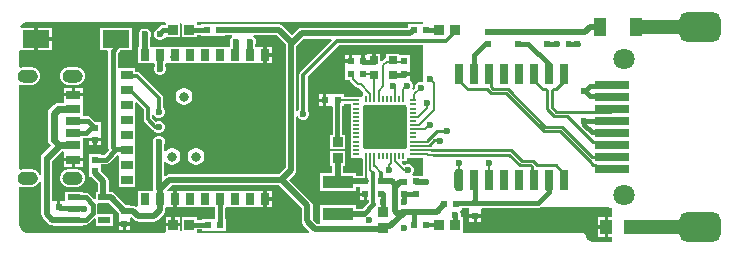
<source format=gtl>
G04*
G04 #@! TF.GenerationSoftware,Altium Limited,Altium Designer,21.6.4 (81)*
G04*
G04 Layer_Physical_Order=1*
G04 Layer_Color=255*
%FSLAX44Y44*%
%MOMM*%
G71*
G04*
G04 #@! TF.SameCoordinates,036B5A74-53F7-47AD-A214-E4BF2A679DD1*
G04*
G04*
G04 #@! TF.FilePolarity,Positive*
G04*
G01*
G75*
%ADD10C,0.2000*%
%ADD14C,0.5000*%
%ADD42R,3.0000X0.7000*%
G04:AMPARAMS|DCode=43|XSize=3.5mm|YSize=2.5mm|CornerRadius=0.625mm|HoleSize=0mm|Usage=FLASHONLY|Rotation=0.000|XOffset=0mm|YOffset=0mm|HoleType=Round|Shape=RoundedRectangle|*
%AMROUNDEDRECTD43*
21,1,3.5000,1.2500,0,0,0.0*
21,1,2.2500,2.5000,0,0,0.0*
1,1,1.2500,1.1250,-0.6250*
1,1,1.2500,-1.1250,-0.6250*
1,1,1.2500,-1.1250,0.6250*
1,1,1.2500,1.1250,0.6250*
%
%ADD43ROUNDEDRECTD43*%
%ADD44R,0.6000X0.6000*%
%ADD45R,1.0000X1.2500*%
%ADD46R,0.8500X0.8500*%
%ADD47R,0.7620X1.8161*%
G04:AMPARAMS|DCode=48|XSize=1.8161mm|YSize=0.762mm|CornerRadius=0.1905mm|HoleSize=0mm|Usage=FLASHONLY|Rotation=90.000|XOffset=0mm|YOffset=0mm|HoleType=Round|Shape=RoundedRectangle|*
%AMROUNDEDRECTD48*
21,1,1.8161,0.3810,0,0,90.0*
21,1,1.4351,0.7620,0,0,90.0*
1,1,0.3810,0.1905,0.7176*
1,1,0.3810,0.1905,-0.7176*
1,1,0.3810,-0.1905,-0.7176*
1,1,0.3810,-0.1905,0.7176*
%
%ADD48ROUNDEDRECTD48*%
%ADD49R,0.8500X0.8500*%
%ADD50R,2.3000X1.5000*%
%ADD51R,1.1000X0.6000*%
%ADD52R,1.2000X0.8000*%
%ADD53R,1.2000X0.7600*%
%ADD54R,1.2000X0.7000*%
%ADD55R,0.6000X0.6000*%
%ADD56R,1.0000X0.8000*%
%ADD57R,0.8000X1.0000*%
%ADD58R,2.6000X1.1000*%
%ADD59R,0.7000X0.7000*%
%ADD60R,0.6000X0.2000*%
%ADD61R,0.2000X0.6000*%
G04:AMPARAMS|DCode=62|XSize=3.7mm|YSize=3.7mm|CornerRadius=0.185mm|HoleSize=0mm|Usage=FLASHONLY|Rotation=180.000|XOffset=0mm|YOffset=0mm|HoleType=Round|Shape=RoundedRectangle|*
%AMROUNDEDRECTD62*
21,1,3.7000,3.3300,0,0,180.0*
21,1,3.3300,3.7000,0,0,180.0*
1,1,0.3700,-1.6650,1.6650*
1,1,0.3700,1.6650,1.6650*
1,1,0.3700,1.6650,-1.6650*
1,1,0.3700,-1.6650,-1.6650*
%
%ADD62ROUNDEDRECTD62*%
%ADD63R,1.0000X1.6000*%
%ADD64C,0.4000*%
%ADD65C,0.2330*%
%ADD66C,1.2000*%
%ADD67C,0.6000*%
%ADD68C,0.3000*%
%ADD69C,1.8000*%
%ADD70C,1.0000*%
%ADD71O,1.6000X0.8000*%
%ADD72C,0.8000*%
%ADD73C,0.6000*%
%ADD74C,0.7000*%
G36*
X345000Y180000D02*
X332000D01*
Y176588D01*
X242000D01*
X240244Y176239D01*
X238756Y175244D01*
X234000Y170489D01*
X226244Y178244D01*
X224756Y179239D01*
X223000Y179588D01*
X177000D01*
Y180000D01*
X157000D01*
Y179078D01*
X153250D01*
Y181250D01*
X154234Y181941D01*
X345000D01*
Y180000D01*
D02*
G37*
G36*
X126750Y180671D02*
Y179078D01*
X125000D01*
X125000Y179078D01*
X123439Y178768D01*
X122116Y177884D01*
X122116Y177884D01*
X119686Y175453D01*
X119168Y175239D01*
X117761Y173832D01*
X117000Y171995D01*
Y170005D01*
X117761Y168168D01*
X119168Y166761D01*
X121005Y166000D01*
X122995D01*
X124832Y166761D01*
X126239Y168168D01*
X126239Y168168D01*
X126267Y168227D01*
X126750Y168750D01*
X139250D01*
Y180534D01*
X139504Y180730D01*
X139507Y180730D01*
X140750Y179718D01*
Y168750D01*
X153250D01*
Y170922D01*
X157000D01*
Y170000D01*
X177000D01*
Y170412D01*
X182681D01*
X183022Y169589D01*
X183071Y169142D01*
X181761Y167832D01*
X181000Y165995D01*
Y164005D01*
X181412Y163011D01*
Y161398D01*
X180514Y160500D01*
X179050Y160500D01*
X178130Y160500D01*
X167270D01*
X166350Y160500D01*
X165430Y160500D01*
X154570D01*
X153650Y160500D01*
X152730Y160500D01*
X141870D01*
X140950Y160500D01*
X140030Y160500D01*
X129170D01*
X128250Y160500D01*
X127330Y160500D01*
X114686D01*
X113788Y161398D01*
Y169011D01*
X114200Y170005D01*
Y171995D01*
X113439Y173832D01*
X112032Y175239D01*
X110195Y176000D01*
X108205D01*
X106368Y175239D01*
X104961Y173832D01*
X104200Y171995D01*
Y170005D01*
X104612Y169011D01*
Y160500D01*
X103200D01*
Y146500D01*
X116514D01*
X117412Y145602D01*
Y143989D01*
X117000Y142995D01*
Y141005D01*
X117761Y139168D01*
X119168Y137761D01*
X121005Y137000D01*
X122995D01*
X124832Y137761D01*
X126239Y139168D01*
X127000Y141005D01*
Y142995D01*
X126588Y143989D01*
Y145602D01*
X127486Y146500D01*
X128250Y146500D01*
X129170Y146500D01*
X140030D01*
X140950Y146500D01*
X141870Y146500D01*
X152730D01*
X153650Y146500D01*
X154570Y146500D01*
X165430D01*
X166350Y146500D01*
X167270Y146500D01*
X178130D01*
X179050Y146500D01*
X179970Y146500D01*
X190830D01*
X191750Y146500D01*
X192670Y146500D01*
X203530D01*
X204450Y146500D01*
X205370Y146500D01*
X209300D01*
Y153500D01*
Y160500D01*
X203536D01*
X202638Y161398D01*
Y163132D01*
X203000Y164005D01*
Y165995D01*
X202239Y167832D01*
X200929Y169142D01*
X200978Y169589D01*
X201319Y170412D01*
X221099D01*
X228428Y163083D01*
X228412Y163000D01*
Y57792D01*
X223208Y52588D01*
X130000D01*
X128244Y52239D01*
X126858Y51313D01*
X126246Y51456D01*
X125588Y51728D01*
Y62591D01*
X125736Y62695D01*
X126858Y63032D01*
X127892Y61999D01*
X129488Y61077D01*
X131268Y60600D01*
X133112D01*
X134892Y61077D01*
X136488Y61999D01*
X137791Y63302D01*
X138713Y64898D01*
X139190Y66678D01*
Y68522D01*
X138713Y70302D01*
X137791Y71898D01*
X136488Y73201D01*
X134892Y74123D01*
X133112Y74600D01*
X131268D01*
X129488Y74123D01*
X127892Y73201D01*
X126858Y72168D01*
X125736Y72505D01*
X125588Y72609D01*
Y78177D01*
X126055Y79305D01*
Y81295D01*
X125294Y83132D01*
X123888Y84539D01*
X122050Y85300D01*
X120061D01*
X118223Y84539D01*
X116817Y83132D01*
X116055Y81295D01*
Y79305D01*
X116412Y78445D01*
Y40000D01*
X116508Y39518D01*
X115672Y38500D01*
X114630Y38500D01*
X103200D01*
Y25666D01*
X103095Y25551D01*
X101930Y25031D01*
X100871Y25739D01*
X99115Y26088D01*
X97000D01*
Y26500D01*
X93489D01*
X83744Y36244D01*
X82500Y37076D01*
Y38000D01*
X78588D01*
Y47000D01*
X78239Y48756D01*
X77244Y50244D01*
X72000Y55489D01*
Y60922D01*
X76000D01*
X76000Y60922D01*
X77561Y61232D01*
X78884Y62116D01*
X85730Y68962D01*
X87000Y68436D01*
X87000Y67100D01*
X87000Y66180D01*
Y55320D01*
X87000Y54400D01*
X87000Y53480D01*
Y42050D01*
X101000D01*
Y53480D01*
X101000Y54400D01*
X101000Y55320D01*
Y66180D01*
X101000Y67100D01*
X101000Y68020D01*
Y78880D01*
X101000Y79800D01*
X101000Y80720D01*
Y91580D01*
X101000Y92500D01*
X101000Y93420D01*
Y104280D01*
X101000Y105200D01*
X101000Y106120D01*
Y113294D01*
X102173Y113780D01*
X108431Y107522D01*
Y99000D01*
X108703Y97634D01*
X109477Y96477D01*
X115477Y90477D01*
X116634Y89703D01*
X117067Y89617D01*
X118223Y88461D01*
X120061Y87700D01*
X122050D01*
X123888Y88461D01*
X125294Y89868D01*
X126055Y91705D01*
Y93695D01*
X125294Y95532D01*
X123888Y96939D01*
X122050Y97700D01*
X120061D01*
X118849Y97198D01*
X115569Y100478D01*
Y102462D01*
X116714Y102743D01*
X116839Y102746D01*
X118223Y101361D01*
X120061Y100600D01*
X122050D01*
X123888Y101361D01*
X125294Y102768D01*
X126055Y104605D01*
Y106595D01*
X125294Y108432D01*
X124569Y109158D01*
Y117000D01*
X124297Y118366D01*
X123523Y119523D01*
X104852Y138195D01*
X103694Y138969D01*
X102328Y139240D01*
X101000D01*
Y142950D01*
X87348D01*
X87000Y142950D01*
X86078Y143791D01*
Y155311D01*
X87884Y157116D01*
X87884Y157116D01*
X88140Y157500D01*
X98500D01*
Y176500D01*
X71500D01*
Y157500D01*
X77511D01*
X77922Y157000D01*
X77922Y157000D01*
Y76000D01*
X77922Y76000D01*
X78232Y74439D01*
X78809Y73576D01*
X74311Y69078D01*
X72000D01*
Y70000D01*
X62000D01*
Y60000D01*
Y50000D01*
X64511D01*
X69412Y45100D01*
Y38000D01*
X67500D01*
Y31927D01*
X66327Y31441D01*
X61884Y35884D01*
X60561Y36768D01*
X59000Y37078D01*
X59000Y37078D01*
X56500D01*
Y38000D01*
X41500D01*
Y30916D01*
X41250Y29750D01*
X37750D01*
Y24750D01*
X34750D01*
Y29750D01*
X31250D01*
X30588Y30746D01*
Y63819D01*
X38818Y72049D01*
X40351D01*
X40800Y71600D01*
X40800Y70230D01*
Y66500D01*
X48800D01*
Y65000D01*
D01*
Y66500D01*
X56800D01*
Y70230D01*
X56800Y71000D01*
X56800Y72270D01*
Y83467D01*
X59738D01*
X59738Y83467D01*
X60730Y83664D01*
X61024Y83500D01*
X72000D01*
Y87000D01*
Y97000D01*
X67121D01*
X63737Y100384D01*
X62414Y101268D01*
X60853Y101578D01*
X60853Y101578D01*
X56800D01*
Y112730D01*
X56800Y113500D01*
X56800Y114770D01*
Y118500D01*
X48800D01*
X40800D01*
Y114770D01*
X40800Y114000D01*
X39912Y113098D01*
X36000D01*
X34049Y112710D01*
X32395Y111605D01*
X28395Y107605D01*
X27290Y105951D01*
X26902Y104000D01*
Y82000D01*
X27290Y80049D01*
X28395Y78395D01*
X29570Y77220D01*
X22395Y70045D01*
X21290Y68391D01*
X20902Y66440D01*
X21290Y64489D01*
X21412Y64307D01*
Y53051D01*
X21324Y52904D01*
X20142Y52246D01*
X19871Y52394D01*
X19751Y52655D01*
X19704Y52720D01*
X19679Y52796D01*
X19539Y53046D01*
X19519Y53070D01*
X19509Y53099D01*
X19359Y53349D01*
X19312Y53401D01*
X19284Y53465D01*
X19124Y53695D01*
X19082Y53735D01*
X19056Y53787D01*
X18876Y54017D01*
X18859Y54031D01*
X18848Y54051D01*
X18668Y54271D01*
X18608Y54321D01*
X18567Y54386D01*
X18367Y54596D01*
X18325Y54625D01*
X18296Y54667D01*
X18086Y54867D01*
X18021Y54908D01*
X17971Y54968D01*
X17751Y55148D01*
X17731Y55159D01*
X17717Y55176D01*
X17487Y55356D01*
X17435Y55382D01*
X17395Y55424D01*
X17165Y55584D01*
X17101Y55612D01*
X17049Y55659D01*
X16799Y55809D01*
X16770Y55819D01*
X16746Y55839D01*
X16496Y55979D01*
X16420Y56004D01*
X16355Y56052D01*
X16094Y56171D01*
X16049Y56182D01*
X16009Y56208D01*
X15739Y56318D01*
X15707Y56325D01*
X15678Y56342D01*
X15408Y56442D01*
X15330Y56455D01*
X15260Y56491D01*
X14980Y56571D01*
X14946Y56574D01*
X14914Y56588D01*
X14634Y56658D01*
X14564Y56662D01*
X14498Y56687D01*
X14218Y56737D01*
X14177Y56737D01*
X14139Y56750D01*
X13849Y56790D01*
X13781Y56786D01*
X13715Y56804D01*
X13435Y56824D01*
X13397Y56819D01*
X13360Y56828D01*
X13070Y56838D01*
X13035Y56832D01*
X13000Y56839D01*
X7000D01*
X6965Y56832D01*
X6930Y56838D01*
X6640Y56828D01*
X6603Y56819D01*
X6565Y56824D01*
X6285Y56804D01*
X6219Y56786D01*
X6151Y56790D01*
X5861Y56750D01*
X5823Y56737D01*
X5782Y56737D01*
X5502Y56687D01*
X5436Y56662D01*
X5365Y56658D01*
X5085Y56588D01*
X5054Y56574D01*
X5020Y56571D01*
X4740Y56491D01*
X4670Y56455D01*
X4592Y56442D01*
X4322Y56342D01*
X4134Y56384D01*
X3387Y56768D01*
X3059Y57146D01*
Y127854D01*
X3387Y128232D01*
X4134Y128616D01*
X4322Y128658D01*
X4592Y128558D01*
X4670Y128545D01*
X4740Y128509D01*
X5020Y128429D01*
X5054Y128427D01*
X5085Y128412D01*
X5365Y128342D01*
X5436Y128338D01*
X5502Y128313D01*
X5782Y128263D01*
X5823Y128263D01*
X5861Y128250D01*
X6151Y128210D01*
X6219Y128214D01*
X6285Y128196D01*
X6565Y128176D01*
X6603Y128181D01*
X6640Y128172D01*
X6930Y128162D01*
X6965Y128168D01*
X7000Y128161D01*
X13000D01*
X13035Y128168D01*
X13070Y128162D01*
X13360Y128172D01*
X13397Y128181D01*
X13435Y128176D01*
X13715Y128196D01*
X13781Y128214D01*
X13849Y128210D01*
X14139Y128250D01*
X14177Y128263D01*
X14218Y128263D01*
X14498Y128313D01*
X14564Y128338D01*
X14635Y128342D01*
X14914Y128412D01*
X14946Y128427D01*
X14980Y128429D01*
X15260Y128509D01*
X15330Y128545D01*
X15408Y128558D01*
X15678Y128658D01*
X15707Y128675D01*
X15739Y128681D01*
X16009Y128792D01*
X16049Y128818D01*
X16094Y128828D01*
X16355Y128948D01*
X16420Y128996D01*
X16496Y129021D01*
X16746Y129161D01*
X16770Y129181D01*
X16799Y129191D01*
X17049Y129341D01*
X17101Y129388D01*
X17165Y129416D01*
X17395Y129576D01*
X17435Y129618D01*
X17487Y129644D01*
X17717Y129824D01*
X17731Y129841D01*
X17751Y129852D01*
X17971Y130032D01*
X18021Y130092D01*
X18086Y130133D01*
X18296Y130333D01*
X18325Y130375D01*
X18367Y130404D01*
X18567Y130614D01*
X18608Y130679D01*
X18668Y130729D01*
X18848Y130949D01*
X18859Y130969D01*
X18876Y130983D01*
X19056Y131213D01*
X19082Y131265D01*
X19124Y131305D01*
X19284Y131535D01*
X19312Y131599D01*
X19359Y131651D01*
X19509Y131901D01*
X19519Y131930D01*
X19539Y131954D01*
X19679Y132204D01*
X19704Y132280D01*
X19751Y132346D01*
X19871Y132605D01*
X19883Y132651D01*
X19908Y132691D01*
X20018Y132961D01*
X20025Y132993D01*
X20042Y133022D01*
X20142Y133292D01*
X20155Y133370D01*
X20191Y133440D01*
X20271Y133720D01*
X20273Y133754D01*
X20288Y133785D01*
X20358Y134065D01*
X20362Y134136D01*
X20387Y134202D01*
X20437Y134482D01*
X20437Y134522D01*
X20450Y134561D01*
X20490Y134851D01*
X20486Y134919D01*
X20504Y134985D01*
X20524Y135265D01*
X20519Y135303D01*
X20528Y135340D01*
X20538Y135630D01*
X20526Y135700D01*
X20538Y135770D01*
X20528Y136060D01*
X20519Y136097D01*
X20524Y136135D01*
X20504Y136415D01*
X20486Y136481D01*
X20490Y136549D01*
X20450Y136839D01*
X20437Y136877D01*
X20437Y136918D01*
X20387Y137198D01*
X20362Y137264D01*
X20358Y137335D01*
X20288Y137615D01*
X20273Y137646D01*
X20271Y137680D01*
X20191Y137960D01*
X20155Y138030D01*
X20142Y138108D01*
X20042Y138378D01*
X20025Y138407D01*
X20018Y138439D01*
X19908Y138709D01*
X19883Y138749D01*
X19871Y138794D01*
X19751Y139054D01*
X19704Y139120D01*
X19679Y139196D01*
X19539Y139446D01*
X19519Y139470D01*
X19509Y139499D01*
X19359Y139749D01*
X19312Y139801D01*
X19284Y139865D01*
X19124Y140095D01*
X19082Y140135D01*
X19056Y140187D01*
X18876Y140417D01*
X18859Y140431D01*
X18848Y140451D01*
X18668Y140671D01*
X18608Y140721D01*
X18567Y140786D01*
X18367Y140996D01*
X18325Y141025D01*
X18296Y141067D01*
X18086Y141267D01*
X18021Y141308D01*
X17971Y141368D01*
X17751Y141548D01*
X17731Y141559D01*
X17717Y141576D01*
X17487Y141756D01*
X17435Y141782D01*
X17394Y141824D01*
X17164Y141984D01*
X17101Y142012D01*
X17049Y142058D01*
X16799Y142209D01*
X16770Y142219D01*
X16746Y142239D01*
X16496Y142379D01*
X16420Y142404D01*
X16355Y142451D01*
X16094Y142571D01*
X16049Y142583D01*
X16009Y142608D01*
X15739Y142718D01*
X15707Y142725D01*
X15678Y142742D01*
X15408Y142842D01*
X15330Y142855D01*
X15260Y142891D01*
X14980Y142971D01*
X14946Y142974D01*
X14914Y142988D01*
X14634Y143058D01*
X14564Y143062D01*
X14498Y143087D01*
X14219Y143137D01*
X14178Y143137D01*
X14139Y143150D01*
X13849Y143190D01*
X13781Y143186D01*
X13715Y143204D01*
X13435Y143224D01*
X13397Y143219D01*
X13360Y143228D01*
X13070Y143238D01*
X13035Y143232D01*
X13000Y143239D01*
X7000D01*
X6965Y143232D01*
X6930Y143238D01*
X6640Y143228D01*
X6603Y143219D01*
X6565Y143224D01*
X6285Y143204D01*
X6219Y143186D01*
X6151Y143190D01*
X5861Y143150D01*
X5822Y143137D01*
X5781Y143137D01*
X5501Y143087D01*
X5436Y143062D01*
X5365Y143058D01*
X5086Y142988D01*
X5054Y142974D01*
X5020Y142971D01*
X4740Y142891D01*
X4670Y142855D01*
X4592Y142842D01*
X4322Y142742D01*
X4134Y142784D01*
X3387Y143168D01*
X3059Y143546D01*
Y156413D01*
X3500Y157500D01*
X4329Y157500D01*
X15500D01*
Y167000D01*
Y176500D01*
X4557D01*
X3708Y177770D01*
X3996Y178466D01*
X5098Y179902D01*
X6534Y181004D01*
X8206Y181696D01*
X10000Y181932D01*
Y181941D01*
X125766D01*
X126750Y180671D01*
D02*
G37*
G36*
X345000Y131623D02*
X343944Y130917D01*
X343745Y131000D01*
X341755D01*
X339918Y130239D01*
X338511Y128832D01*
X337750Y126995D01*
Y125326D01*
X336702Y124278D01*
X335625Y124997D01*
X336250Y126505D01*
Y128495D01*
X335489Y130332D01*
X334272Y131550D01*
X333500Y132500D01*
Y136000D01*
X328500D01*
Y139000D01*
X333500D01*
Y142230D01*
X333500Y142500D01*
X333500D01*
Y143500D01*
X333500D01*
Y153500D01*
X324700D01*
Y154500D01*
X313700D01*
Y150896D01*
X312701Y150697D01*
X311709Y150035D01*
X311709Y150034D01*
X309970Y148296D01*
X308700Y148822D01*
Y154500D01*
X304700D01*
Y149000D01*
X301700D01*
Y154500D01*
X297700D01*
Y153500D01*
X295250D01*
Y148500D01*
X292250D01*
Y153500D01*
X289770D01*
X288750Y153500D01*
X287480Y153500D01*
X285000D01*
Y148500D01*
X283500D01*
Y147000D01*
X278500D01*
Y143770D01*
X278500Y143500D01*
Y142500D01*
X278500Y142230D01*
Y132500D01*
X282640D01*
X282674Y132330D01*
X283337Y131337D01*
X287837Y126837D01*
X287837Y126837D01*
X288829Y126174D01*
X290000Y125941D01*
X290000Y125941D01*
X290733D01*
X294096Y122578D01*
X293650Y121500D01*
X293650D01*
Y119416D01*
X293400Y118250D01*
X287546D01*
X287250Y118309D01*
X277500D01*
Y120250D01*
X267770D01*
X267500Y120250D01*
X266500D01*
X266230Y120250D01*
X263000D01*
Y115250D01*
Y110250D01*
X266230D01*
X266500Y110250D01*
X267500D01*
X268172Y109146D01*
Y86271D01*
X266367D01*
Y73771D01*
X278867D01*
Y86271D01*
X276328D01*
Y110250D01*
X277500D01*
Y112191D01*
X283400D01*
Y98250D01*
Y87750D01*
Y77250D01*
Y66750D01*
X293400D01*
X293601Y65563D01*
Y51500D01*
X291000D01*
Y51088D01*
X287750D01*
Y53750D01*
X277088D01*
Y59771D01*
X278867D01*
Y72271D01*
X266367D01*
Y59771D01*
X267912D01*
Y53750D01*
X257750D01*
Y38750D01*
X287750D01*
Y41912D01*
X289900D01*
X291000Y41500D01*
Y40500D01*
X291000D01*
Y37000D01*
X296000D01*
Y35500D01*
X297500D01*
Y30500D01*
X298653D01*
X298962Y29230D01*
X293321Y23588D01*
X287750D01*
Y26750D01*
X257750D01*
Y11750D01*
X257750D01*
X257489Y10588D01*
X255126D01*
X251430Y14284D01*
X251410Y14564D01*
Y26178D01*
X251061Y27934D01*
X250066Y29423D01*
X248602Y30887D01*
X231543Y47946D01*
X236244Y52648D01*
X237239Y54136D01*
X237588Y55892D01*
Y101401D01*
X238858Y101654D01*
X239098Y101075D01*
X240504Y99669D01*
X242342Y98908D01*
X244331D01*
X246169Y99669D01*
X247575Y101075D01*
X248337Y102913D01*
Y104902D01*
X247575Y106740D01*
X247050Y107266D01*
Y135585D01*
X273262Y161798D01*
X345000D01*
Y131623D01*
D02*
G37*
G36*
X13290Y141190D02*
X13570Y141170D01*
X13860Y141130D01*
X14140Y141080D01*
X14420Y141010D01*
X14700Y140930D01*
X14970Y140830D01*
X15240Y140720D01*
X15500Y140600D01*
X15750Y140460D01*
X16000Y140310D01*
X16230Y140150D01*
X16460Y139970D01*
X16680Y139790D01*
X16890Y139590D01*
X17090Y139380D01*
X17270Y139160D01*
X17450Y138930D01*
X17610Y138700D01*
X17760Y138450D01*
X17900Y138200D01*
X18020Y137940D01*
X18130Y137670D01*
X18230Y137400D01*
X18310Y137120D01*
X18380Y136840D01*
X18430Y136560D01*
X18470Y136270D01*
X18490Y135990D01*
X18500Y135700D01*
X18490Y135410D01*
X18470Y135130D01*
X18430Y134840D01*
X18380Y134560D01*
X18310Y134280D01*
X18230Y134000D01*
X18130Y133730D01*
X18020Y133460D01*
X17900Y133200D01*
X17760Y132950D01*
X17610Y132700D01*
X17450Y132470D01*
X17270Y132240D01*
X17090Y132020D01*
X16890Y131810D01*
X16680Y131610D01*
X16460Y131430D01*
X16230Y131250D01*
X16000Y131090D01*
X15750Y130940D01*
X15500Y130800D01*
X15240Y130680D01*
X14970Y130570D01*
X14700Y130470D01*
X14420Y130390D01*
X14140Y130320D01*
X13860Y130270D01*
X13570Y130230D01*
X13290Y130210D01*
X13000Y130200D01*
X7000D01*
X6710Y130210D01*
X6430Y130230D01*
X6140Y130270D01*
X5860Y130320D01*
X5580Y130390D01*
X5300Y130470D01*
X5030Y130570D01*
X4760Y130680D01*
X4500Y130800D01*
X4250Y130940D01*
X4000Y131090D01*
X3770Y131250D01*
X3540Y131430D01*
X3320Y131610D01*
X3110Y131810D01*
X2910Y132020D01*
X2730Y132240D01*
X2550Y132470D01*
X2390Y132700D01*
X2240Y132950D01*
X2100Y133200D01*
X1980Y133460D01*
X1870Y133730D01*
X1770Y134000D01*
X1690Y134280D01*
X1620Y134560D01*
X1570Y134840D01*
X1530Y135130D01*
X1510Y135410D01*
X1500Y135700D01*
X1510Y135990D01*
X1530Y136270D01*
X1570Y136560D01*
X1620Y136840D01*
X1690Y137120D01*
X1770Y137400D01*
X1870Y137670D01*
X1980Y137940D01*
X2100Y138200D01*
X2240Y138450D01*
X2390Y138700D01*
X2550Y138930D01*
X2730Y139160D01*
X2910Y139380D01*
X3110Y139590D01*
X3320Y139790D01*
X3540Y139970D01*
X3770Y140150D01*
X4000Y140310D01*
X4250Y140460D01*
X4500Y140600D01*
X4760Y140720D01*
X5030Y140830D01*
X5300Y140930D01*
X5580Y141010D01*
X5860Y141080D01*
X6140Y141130D01*
X6430Y141170D01*
X6710Y141190D01*
X7000Y141200D01*
X13000D01*
X13290Y141190D01*
D02*
G37*
G36*
X267610Y166238D02*
X240958Y139587D01*
X240184Y138429D01*
X239913Y137064D01*
Y107555D01*
X239098Y106740D01*
X238858Y106162D01*
X237588Y106414D01*
Y161099D01*
X243901Y167412D01*
X267124D01*
X267610Y166238D01*
D02*
G37*
G36*
X338621Y66691D02*
X345000D01*
Y52152D01*
X344000Y51500D01*
X336367D01*
X335841Y52770D01*
X336239Y53168D01*
X337000Y55005D01*
Y56995D01*
X336239Y58832D01*
X334832Y60239D01*
X332995Y61000D01*
X331005D01*
X329168Y60239D01*
X328997Y60068D01*
X326739Y62327D01*
X327225Y63500D01*
X331150D01*
Y65584D01*
X331400Y66750D01*
X338326D01*
X338621Y66691D01*
D02*
G37*
G36*
X13290Y54790D02*
X13570Y54770D01*
X13860Y54730D01*
X14140Y54680D01*
X14420Y54610D01*
X14700Y54530D01*
X14970Y54430D01*
X15240Y54320D01*
X15500Y54200D01*
X15750Y54060D01*
X16000Y53910D01*
X16230Y53750D01*
X16460Y53570D01*
X16680Y53390D01*
X16890Y53190D01*
X17090Y52980D01*
X17270Y52760D01*
X17450Y52530D01*
X17610Y52300D01*
X17760Y52050D01*
X17900Y51800D01*
X18020Y51540D01*
X18130Y51270D01*
X18230Y51000D01*
X18310Y50720D01*
X18380Y50440D01*
X18430Y50160D01*
X18470Y49870D01*
X18490Y49590D01*
X18500Y49300D01*
X18490Y49010D01*
X18470Y48730D01*
X18430Y48440D01*
X18380Y48160D01*
X18310Y47880D01*
X18230Y47600D01*
X18130Y47330D01*
X18020Y47060D01*
X17900Y46800D01*
X17760Y46550D01*
X17610Y46300D01*
X17450Y46070D01*
X17270Y45840D01*
X17090Y45620D01*
X16890Y45410D01*
X16680Y45210D01*
X16460Y45030D01*
X16230Y44850D01*
X16000Y44690D01*
X15750Y44540D01*
X15500Y44400D01*
X15240Y44280D01*
X14970Y44170D01*
X14700Y44070D01*
X14420Y43990D01*
X14140Y43920D01*
X13860Y43870D01*
X13570Y43830D01*
X13290Y43810D01*
X13000Y43800D01*
X7000D01*
X6710Y43810D01*
X6430Y43830D01*
X6140Y43870D01*
X5860Y43920D01*
X5580Y43990D01*
X5300Y44070D01*
X5030Y44170D01*
X4760Y44280D01*
X4500Y44400D01*
X4250Y44540D01*
X4000Y44690D01*
X3770Y44850D01*
X3540Y45030D01*
X3320Y45210D01*
X3110Y45410D01*
X2910Y45620D01*
X2730Y45840D01*
X2550Y46070D01*
X2390Y46300D01*
X2240Y46550D01*
X2100Y46800D01*
X1980Y47060D01*
X1870Y47330D01*
X1770Y47600D01*
X1690Y47880D01*
X1620Y48160D01*
X1570Y48440D01*
X1530Y48730D01*
X1510Y49010D01*
X1500Y49300D01*
X1510Y49590D01*
X1530Y49870D01*
X1570Y50160D01*
X1620Y50440D01*
X1690Y50720D01*
X1770Y51000D01*
X1870Y51270D01*
X1980Y51540D01*
X2100Y51800D01*
X2240Y52050D01*
X2390Y52300D01*
X2550Y52530D01*
X2730Y52760D01*
X2910Y52980D01*
X3110Y53190D01*
X3320Y53390D01*
X3540Y53570D01*
X3770Y53750D01*
X4000Y53910D01*
X4250Y54060D01*
X4500Y54200D01*
X4760Y54320D01*
X5030Y54430D01*
X5300Y54530D01*
X5580Y54610D01*
X5860Y54680D01*
X6140Y54730D01*
X6430Y54770D01*
X6710Y54790D01*
X7000Y54800D01*
X13000D01*
X13290Y54790D01*
D02*
G37*
G36*
X21324Y45696D02*
X21412Y45549D01*
Y18750D01*
X21761Y16994D01*
X22756Y15506D01*
X27506Y10756D01*
X28994Y9761D01*
X30750Y9412D01*
X31250D01*
Y8750D01*
X41250D01*
Y8750D01*
X41500Y9000D01*
X56500D01*
Y9922D01*
X59000D01*
X59000Y9922D01*
X60561Y10232D01*
X61884Y11116D01*
X66327Y15559D01*
X67500Y15073D01*
Y9000D01*
X82500D01*
Y19000D01*
X69880D01*
X69075Y19982D01*
X69078Y20000D01*
X69078Y20000D01*
Y27000D01*
X69078Y27000D01*
X69075Y27018D01*
X69880Y28000D01*
X79011D01*
X87000Y20011D01*
Y16770D01*
X87000Y16500D01*
Y15500D01*
X87000Y15230D01*
Y12000D01*
X92000D01*
X97000D01*
X97000Y15330D01*
X97987Y16084D01*
X98081Y16045D01*
X100143Y13983D01*
X101631Y12989D01*
X102019Y12912D01*
X102244Y12761D01*
X104000Y12412D01*
X117000D01*
X118756Y12761D01*
X120244Y13756D01*
X125244Y18756D01*
X126239Y20244D01*
X126588Y22000D01*
Y23602D01*
X127486Y24500D01*
X128250Y24500D01*
X129170Y24500D01*
X133100D01*
Y31500D01*
Y38500D01*
X128785Y38500D01*
X128017Y39529D01*
X131901Y43412D01*
X223099D01*
X242234Y24278D01*
Y14400D01*
X242266Y14237D01*
X242246Y14072D01*
X242400Y11922D01*
X242594Y11214D01*
X242737Y10494D01*
X242829Y10356D01*
X242873Y10195D01*
X243324Y9616D01*
X243732Y9006D01*
X248505Y4232D01*
X248019Y3059D01*
X154234D01*
X153250Y3750D01*
X153250Y4329D01*
Y5922D01*
X158000D01*
Y5000D01*
X178000D01*
Y15000D01*
X177078D01*
Y23602D01*
X177976Y24500D01*
X179050Y24500D01*
X179970Y24500D01*
X190830D01*
X191750Y24500D01*
X192670Y24500D01*
X203530D01*
X204450Y24500D01*
X205370Y24500D01*
X209300D01*
Y31500D01*
Y38500D01*
X205370D01*
X204450Y38500D01*
X203530Y38500D01*
X192670D01*
X191750Y38500D01*
X190830Y38500D01*
X179970D01*
X179050Y38500D01*
X178130Y38500D01*
X167270D01*
X166350Y38500D01*
X165430Y38500D01*
X154570D01*
X153650Y38500D01*
X152730Y38500D01*
X141870D01*
X140950Y38500D01*
X140030Y38500D01*
X136100D01*
Y31500D01*
Y24500D01*
X140030D01*
X140950Y24500D01*
X141870Y24500D01*
X152730D01*
X153650Y24500D01*
X154570Y24500D01*
X165430D01*
X166350Y24500D01*
X167270Y24500D01*
X168922D01*
Y15000D01*
X158000D01*
Y14078D01*
X153250D01*
Y16250D01*
X140750D01*
Y4739D01*
X140000Y4303D01*
X139250Y4739D01*
Y8500D01*
X133000D01*
X126750D01*
Y4329D01*
X126750Y3750D01*
X125766Y3059D01*
X10000D01*
Y3068D01*
X8206Y3304D01*
X6534Y3996D01*
X5098Y5098D01*
X3996Y6534D01*
X3304Y8206D01*
X3068Y10000D01*
X3059D01*
Y41454D01*
X3387Y41832D01*
X4134Y42216D01*
X4322Y42258D01*
X4592Y42158D01*
X4670Y42145D01*
X4740Y42109D01*
X5020Y42029D01*
X5054Y42026D01*
X5086Y42012D01*
X5365Y41942D01*
X5436Y41938D01*
X5501Y41913D01*
X5781Y41863D01*
X5822Y41863D01*
X5861Y41850D01*
X6151Y41810D01*
X6219Y41814D01*
X6285Y41796D01*
X6565Y41776D01*
X6603Y41781D01*
X6640Y41772D01*
X6930Y41762D01*
X6965Y41768D01*
X7000Y41761D01*
X13000D01*
X13035Y41768D01*
X13070Y41762D01*
X13360Y41772D01*
X13397Y41781D01*
X13435Y41776D01*
X13715Y41796D01*
X13781Y41814D01*
X13849Y41810D01*
X14139Y41850D01*
X14178Y41863D01*
X14219Y41863D01*
X14498Y41913D01*
X14564Y41938D01*
X14634Y41942D01*
X14914Y42012D01*
X14946Y42026D01*
X14980Y42029D01*
X15260Y42109D01*
X15330Y42145D01*
X15408Y42158D01*
X15678Y42258D01*
X15707Y42275D01*
X15739Y42281D01*
X16009Y42392D01*
X16049Y42417D01*
X16094Y42428D01*
X16355Y42548D01*
X16420Y42596D01*
X16496Y42621D01*
X16746Y42761D01*
X16770Y42781D01*
X16799Y42791D01*
X17049Y42941D01*
X17101Y42988D01*
X17164Y43016D01*
X17394Y43176D01*
X17435Y43218D01*
X17487Y43244D01*
X17717Y43424D01*
X17731Y43441D01*
X17751Y43452D01*
X17971Y43632D01*
X18021Y43692D01*
X18086Y43733D01*
X18296Y43933D01*
X18325Y43975D01*
X18367Y44004D01*
X18567Y44214D01*
X18608Y44279D01*
X18668Y44329D01*
X18848Y44549D01*
X18859Y44569D01*
X18876Y44583D01*
X19056Y44813D01*
X19082Y44865D01*
X19124Y44905D01*
X19284Y45135D01*
X19312Y45199D01*
X19359Y45251D01*
X19509Y45501D01*
X19519Y45530D01*
X19539Y45554D01*
X19679Y45804D01*
X19704Y45880D01*
X19751Y45946D01*
X19871Y46206D01*
X20142Y46354D01*
X21324Y45696D01*
D02*
G37*
G36*
X503552Y24000D02*
X505000D01*
Y16250D01*
X501500D01*
Y8000D01*
Y-250D01*
X505000D01*
Y-3543D01*
X504102Y-4441D01*
X487500Y-4441D01*
X487499Y-4441D01*
X487413D01*
X485881Y-4137D01*
X485720Y-4070D01*
X484421Y-3202D01*
X484298Y-3079D01*
X483430Y-1780D01*
X483363Y-1619D01*
X483059Y-87D01*
Y-1D01*
X483059Y0D01*
X482826Y1170D01*
X482163Y2163D01*
X481171Y2826D01*
X480000Y3059D01*
X379234D01*
X378250Y3750D01*
Y16250D01*
X377505D01*
X377000Y17005D01*
Y18995D01*
X376239Y20832D01*
X376091Y20980D01*
X376617Y22250D01*
X377750D01*
Y23922D01*
X383578D01*
X384000Y23500D01*
Y22500D01*
X384000Y22230D01*
Y19000D01*
X389000D01*
X394000D01*
Y22230D01*
X394000Y22500D01*
Y23500D01*
X394422Y23922D01*
X442000D01*
X442000Y23922D01*
X443561Y24232D01*
X443962Y24500D01*
X501686D01*
X503552Y24000D01*
D02*
G37*
%LPC*%
G36*
X30500Y176500D02*
X18500D01*
Y168500D01*
X30500D01*
Y176500D01*
D02*
G37*
G36*
Y165500D02*
X18500D01*
Y157500D01*
X30500D01*
Y165500D01*
D02*
G37*
G36*
X212300Y160500D02*
Y155000D01*
X216800D01*
Y160500D01*
X212300D01*
D02*
G37*
G36*
X216800Y152000D02*
X212300D01*
Y146500D01*
X216800D01*
Y152000D01*
D02*
G37*
G36*
X51000Y143239D02*
X45000D01*
X44965Y143232D01*
X44930Y143238D01*
X44640Y143228D01*
X44603Y143219D01*
X44565Y143224D01*
X44285Y143204D01*
X44219Y143186D01*
X44151Y143190D01*
X43861Y143150D01*
X43822Y143137D01*
X43781Y143137D01*
X43501Y143087D01*
X43436Y143062D01*
X43366Y143058D01*
X43086Y142988D01*
X43054Y142974D01*
X43020Y142971D01*
X42740Y142891D01*
X42670Y142855D01*
X42592Y142842D01*
X42322Y142742D01*
X42293Y142725D01*
X42261Y142718D01*
X41991Y142608D01*
X41951Y142583D01*
X41905Y142571D01*
X41645Y142451D01*
X41580Y142404D01*
X41504Y142379D01*
X41254Y142239D01*
X41230Y142219D01*
X41201Y142208D01*
X40951Y142058D01*
X40899Y142012D01*
X40835Y141984D01*
X40606Y141824D01*
X40565Y141782D01*
X40513Y141756D01*
X40283Y141576D01*
X40269Y141559D01*
X40249Y141548D01*
X40029Y141368D01*
X39979Y141308D01*
X39914Y141267D01*
X39704Y141067D01*
X39675Y141025D01*
X39633Y140996D01*
X39433Y140786D01*
X39392Y140721D01*
X39332Y140671D01*
X39152Y140451D01*
X39141Y140431D01*
X39124Y140417D01*
X38944Y140187D01*
X38918Y140135D01*
X38876Y140094D01*
X38716Y139865D01*
X38688Y139801D01*
X38641Y139749D01*
X38491Y139499D01*
X38481Y139470D01*
X38461Y139446D01*
X38321Y139196D01*
X38296Y139120D01*
X38249Y139055D01*
X38128Y138795D01*
X38117Y138749D01*
X38091Y138709D01*
X37982Y138439D01*
X37975Y138407D01*
X37958Y138378D01*
X37858Y138108D01*
X37845Y138030D01*
X37809Y137960D01*
X37729Y137680D01*
X37727Y137646D01*
X37712Y137615D01*
X37642Y137334D01*
X37638Y137264D01*
X37613Y137198D01*
X37563Y136918D01*
X37563Y136877D01*
X37550Y136839D01*
X37510Y136549D01*
X37514Y136481D01*
X37496Y136415D01*
X37476Y136135D01*
X37481Y136097D01*
X37472Y136060D01*
X37462Y135770D01*
X37473Y135700D01*
X37462Y135630D01*
X37472Y135340D01*
X37481Y135303D01*
X37476Y135265D01*
X37496Y134985D01*
X37514Y134919D01*
X37510Y134851D01*
X37550Y134561D01*
X37563Y134522D01*
X37563Y134482D01*
X37613Y134202D01*
X37638Y134136D01*
X37642Y134065D01*
X37712Y133785D01*
X37727Y133754D01*
X37729Y133720D01*
X37809Y133440D01*
X37845Y133370D01*
X37858Y133292D01*
X37958Y133022D01*
X37975Y132993D01*
X37982Y132961D01*
X38091Y132691D01*
X38117Y132651D01*
X38128Y132605D01*
X38249Y132345D01*
X38296Y132280D01*
X38321Y132204D01*
X38461Y131954D01*
X38481Y131930D01*
X38491Y131901D01*
X38641Y131651D01*
X38688Y131599D01*
X38716Y131536D01*
X38876Y131306D01*
X38918Y131265D01*
X38944Y131213D01*
X39124Y130983D01*
X39141Y130969D01*
X39152Y130949D01*
X39332Y130729D01*
X39392Y130679D01*
X39433Y130614D01*
X39633Y130404D01*
X39675Y130375D01*
X39704Y130333D01*
X39914Y130133D01*
X39979Y130092D01*
X40029Y130032D01*
X40249Y129852D01*
X40269Y129841D01*
X40283Y129824D01*
X40513Y129644D01*
X40565Y129618D01*
X40605Y129576D01*
X40835Y129416D01*
X40899Y129388D01*
X40951Y129341D01*
X41201Y129191D01*
X41230Y129181D01*
X41254Y129161D01*
X41504Y129021D01*
X41580Y128996D01*
X41645Y128948D01*
X41905Y128828D01*
X41951Y128818D01*
X41991Y128792D01*
X42261Y128681D01*
X42293Y128675D01*
X42322Y128658D01*
X42592Y128558D01*
X42670Y128545D01*
X42740Y128509D01*
X43020Y128429D01*
X43054Y128427D01*
X43085Y128412D01*
X43365Y128342D01*
X43436Y128338D01*
X43502Y128313D01*
X43782Y128263D01*
X43823Y128263D01*
X43861Y128250D01*
X44151Y128210D01*
X44219Y128214D01*
X44285Y128196D01*
X44565Y128176D01*
X44603Y128181D01*
X44640Y128172D01*
X44930Y128162D01*
X44965Y128168D01*
X45000Y128161D01*
X51000D01*
X51035Y128168D01*
X51070Y128162D01*
X51360Y128172D01*
X51397Y128181D01*
X51435Y128176D01*
X51715Y128196D01*
X51781Y128214D01*
X51849Y128210D01*
X52139Y128250D01*
X52177Y128263D01*
X52218Y128263D01*
X52498Y128313D01*
X52564Y128338D01*
X52635Y128342D01*
X52915Y128412D01*
X52946Y128427D01*
X52980Y128429D01*
X53260Y128509D01*
X53330Y128545D01*
X53408Y128558D01*
X53678Y128658D01*
X53707Y128675D01*
X53739Y128681D01*
X54009Y128792D01*
X54049Y128818D01*
X54095Y128828D01*
X54355Y128948D01*
X54420Y128996D01*
X54496Y129021D01*
X54746Y129161D01*
X54770Y129181D01*
X54799Y129191D01*
X55049Y129341D01*
X55101Y129388D01*
X55165Y129416D01*
X55395Y129576D01*
X55435Y129618D01*
X55487Y129644D01*
X55717Y129824D01*
X55731Y129841D01*
X55751Y129852D01*
X55971Y130032D01*
X56021Y130092D01*
X56086Y130133D01*
X56296Y130333D01*
X56325Y130375D01*
X56367Y130404D01*
X56567Y130614D01*
X56608Y130679D01*
X56668Y130729D01*
X56848Y130949D01*
X56859Y130969D01*
X56876Y130983D01*
X57056Y131213D01*
X57082Y131265D01*
X57124Y131305D01*
X57284Y131535D01*
X57312Y131599D01*
X57359Y131651D01*
X57509Y131901D01*
X57519Y131930D01*
X57539Y131954D01*
X57679Y132204D01*
X57704Y132280D01*
X57751Y132346D01*
X57871Y132605D01*
X57882Y132651D01*
X57908Y132691D01*
X58018Y132961D01*
X58025Y132993D01*
X58042Y133022D01*
X58142Y133292D01*
X58155Y133370D01*
X58191Y133440D01*
X58271Y133720D01*
X58274Y133754D01*
X58288Y133785D01*
X58358Y134065D01*
X58362Y134136D01*
X58387Y134202D01*
X58437Y134482D01*
X58437Y134522D01*
X58450Y134561D01*
X58490Y134851D01*
X58486Y134919D01*
X58504Y134985D01*
X58524Y135265D01*
X58519Y135303D01*
X58528Y135340D01*
X58538Y135630D01*
X58527Y135700D01*
X58538Y135770D01*
X58528Y136060D01*
X58519Y136097D01*
X58524Y136135D01*
X58504Y136415D01*
X58486Y136481D01*
X58490Y136549D01*
X58450Y136839D01*
X58437Y136877D01*
X58437Y136918D01*
X58387Y137198D01*
X58362Y137264D01*
X58358Y137335D01*
X58288Y137615D01*
X58274Y137646D01*
X58271Y137680D01*
X58191Y137960D01*
X58155Y138030D01*
X58142Y138108D01*
X58042Y138378D01*
X58025Y138407D01*
X58018Y138439D01*
X57908Y138709D01*
X57882Y138749D01*
X57871Y138794D01*
X57751Y139054D01*
X57704Y139120D01*
X57679Y139196D01*
X57539Y139446D01*
X57519Y139470D01*
X57509Y139499D01*
X57359Y139749D01*
X57312Y139801D01*
X57284Y139865D01*
X57124Y140095D01*
X57082Y140135D01*
X57056Y140187D01*
X56876Y140417D01*
X56859Y140431D01*
X56848Y140451D01*
X56668Y140671D01*
X56608Y140721D01*
X56567Y140786D01*
X56367Y140996D01*
X56325Y141025D01*
X56296Y141067D01*
X56086Y141267D01*
X56021Y141308D01*
X55971Y141368D01*
X55751Y141548D01*
X55731Y141559D01*
X55717Y141576D01*
X55487Y141756D01*
X55435Y141782D01*
X55395Y141824D01*
X55164Y141984D01*
X55101Y142012D01*
X55049Y142058D01*
X54799Y142209D01*
X54770Y142219D01*
X54746Y142239D01*
X54496Y142379D01*
X54420Y142404D01*
X54355Y142451D01*
X54095Y142571D01*
X54049Y142583D01*
X54009Y142608D01*
X53739Y142718D01*
X53707Y142725D01*
X53678Y142742D01*
X53408Y142842D01*
X53330Y142855D01*
X53260Y142891D01*
X52980Y142971D01*
X52946Y142974D01*
X52914Y142988D01*
X52634Y143058D01*
X52564Y143062D01*
X52498Y143087D01*
X52219Y143137D01*
X52178Y143137D01*
X52139Y143150D01*
X51849Y143190D01*
X51781Y143186D01*
X51715Y143204D01*
X51435Y143224D01*
X51397Y143219D01*
X51360Y143228D01*
X51070Y143238D01*
X51035Y143232D01*
X51000Y143239D01*
D02*
G37*
G36*
X56800Y126000D02*
X50300D01*
Y121500D01*
X56800D01*
Y126000D01*
D02*
G37*
G36*
X47300D02*
X40800D01*
Y121500D01*
X47300D01*
Y126000D01*
D02*
G37*
G36*
X143272Y125400D02*
X141428D01*
X139648Y124923D01*
X138052Y124001D01*
X136749Y122698D01*
X135827Y121102D01*
X135350Y119322D01*
Y117478D01*
X135827Y115698D01*
X136749Y114102D01*
X138052Y112799D01*
X139648Y111877D01*
X141428Y111400D01*
X143272D01*
X145052Y111877D01*
X146648Y112799D01*
X147951Y114102D01*
X148873Y115698D01*
X149350Y117478D01*
Y119322D01*
X148873Y121102D01*
X147951Y122698D01*
X146648Y124001D01*
X145052Y124923D01*
X143272Y125400D01*
D02*
G37*
G36*
X72000Y80500D02*
X68500D01*
Y77000D01*
X72000D01*
Y80500D01*
D02*
G37*
G36*
X65500D02*
X62000D01*
Y77000D01*
X65500D01*
Y80500D01*
D02*
G37*
G36*
X153432Y74600D02*
X151588D01*
X149808Y74123D01*
X148212Y73201D01*
X146909Y71898D01*
X145987Y70302D01*
X145510Y68522D01*
Y66678D01*
X145987Y64898D01*
X146909Y63302D01*
X148212Y61999D01*
X149808Y61077D01*
X151588Y60600D01*
X153432D01*
X155212Y61077D01*
X156808Y61999D01*
X158111Y63302D01*
X159033Y64898D01*
X159510Y66678D01*
Y68522D01*
X159033Y70302D01*
X158111Y71898D01*
X156808Y73201D01*
X155212Y74123D01*
X153432Y74600D01*
D02*
G37*
G36*
X56800Y63500D02*
X50300D01*
Y59000D01*
X56800D01*
Y63500D01*
D02*
G37*
G36*
X47300D02*
X40800D01*
Y59000D01*
X47300D01*
Y63500D01*
D02*
G37*
G36*
X51000Y56839D02*
X45000D01*
X44965Y56832D01*
X44930Y56838D01*
X44640Y56828D01*
X44603Y56819D01*
X44565Y56824D01*
X44285Y56804D01*
X44219Y56786D01*
X44151Y56790D01*
X43861Y56750D01*
X43823Y56737D01*
X43782Y56737D01*
X43502Y56687D01*
X43436Y56662D01*
X43365Y56658D01*
X43085Y56588D01*
X43054Y56574D01*
X43020Y56571D01*
X42740Y56491D01*
X42670Y56455D01*
X42592Y56442D01*
X42322Y56342D01*
X42293Y56325D01*
X42261Y56318D01*
X41991Y56208D01*
X41951Y56182D01*
X41905Y56171D01*
X41645Y56052D01*
X41580Y56004D01*
X41504Y55979D01*
X41254Y55839D01*
X41230Y55819D01*
X41201Y55809D01*
X40951Y55659D01*
X40899Y55612D01*
X40835Y55584D01*
X40605Y55424D01*
X40565Y55382D01*
X40513Y55356D01*
X40283Y55176D01*
X40269Y55159D01*
X40249Y55148D01*
X40029Y54968D01*
X39979Y54908D01*
X39914Y54867D01*
X39704Y54667D01*
X39675Y54625D01*
X39633Y54596D01*
X39433Y54386D01*
X39392Y54321D01*
X39332Y54271D01*
X39152Y54051D01*
X39141Y54032D01*
X39124Y54017D01*
X38944Y53787D01*
X38918Y53735D01*
X38876Y53695D01*
X38716Y53464D01*
X38688Y53401D01*
X38641Y53349D01*
X38491Y53099D01*
X38481Y53070D01*
X38461Y53046D01*
X38321Y52796D01*
X38296Y52720D01*
X38249Y52655D01*
X38128Y52395D01*
X38117Y52349D01*
X38091Y52309D01*
X37982Y52039D01*
X37975Y52007D01*
X37958Y51978D01*
X37858Y51708D01*
X37845Y51630D01*
X37809Y51560D01*
X37729Y51280D01*
X37727Y51246D01*
X37712Y51215D01*
X37642Y50935D01*
X37638Y50864D01*
X37613Y50798D01*
X37563Y50518D01*
X37563Y50477D01*
X37550Y50439D01*
X37510Y50149D01*
X37514Y50081D01*
X37496Y50015D01*
X37476Y49735D01*
X37481Y49697D01*
X37472Y49660D01*
X37462Y49370D01*
X37473Y49300D01*
X37462Y49230D01*
X37472Y48940D01*
X37481Y48903D01*
X37476Y48865D01*
X37496Y48585D01*
X37514Y48519D01*
X37510Y48451D01*
X37550Y48161D01*
X37563Y48123D01*
X37563Y48082D01*
X37613Y47802D01*
X37638Y47736D01*
X37642Y47665D01*
X37712Y47385D01*
X37727Y47354D01*
X37729Y47320D01*
X37809Y47040D01*
X37845Y46970D01*
X37858Y46892D01*
X37958Y46622D01*
X37975Y46593D01*
X37982Y46561D01*
X38091Y46291D01*
X38117Y46251D01*
X38128Y46205D01*
X38249Y45945D01*
X38296Y45880D01*
X38321Y45804D01*
X38461Y45554D01*
X38481Y45530D01*
X38491Y45501D01*
X38641Y45251D01*
X38688Y45199D01*
X38716Y45135D01*
X38876Y44906D01*
X38918Y44865D01*
X38944Y44813D01*
X39124Y44583D01*
X39141Y44569D01*
X39152Y44549D01*
X39332Y44329D01*
X39392Y44279D01*
X39433Y44214D01*
X39633Y44004D01*
X39675Y43975D01*
X39704Y43933D01*
X39914Y43733D01*
X39979Y43692D01*
X40029Y43632D01*
X40249Y43452D01*
X40269Y43441D01*
X40283Y43424D01*
X40513Y43244D01*
X40565Y43218D01*
X40606Y43176D01*
X40835Y43016D01*
X40899Y42988D01*
X40951Y42941D01*
X41201Y42792D01*
X41230Y42781D01*
X41254Y42761D01*
X41504Y42621D01*
X41580Y42596D01*
X41645Y42548D01*
X41905Y42428D01*
X41951Y42417D01*
X41991Y42392D01*
X42261Y42281D01*
X42293Y42275D01*
X42322Y42258D01*
X42592Y42158D01*
X42670Y42145D01*
X42740Y42109D01*
X43020Y42029D01*
X43054Y42026D01*
X43086Y42012D01*
X43366Y41942D01*
X43436Y41938D01*
X43501Y41913D01*
X43781Y41863D01*
X43822Y41863D01*
X43861Y41850D01*
X44151Y41810D01*
X44219Y41814D01*
X44285Y41796D01*
X44565Y41776D01*
X44603Y41781D01*
X44640Y41772D01*
X44930Y41762D01*
X44965Y41768D01*
X45000Y41761D01*
X51000D01*
X51035Y41768D01*
X51070Y41762D01*
X51360Y41772D01*
X51397Y41781D01*
X51435Y41776D01*
X51715Y41796D01*
X51781Y41814D01*
X51849Y41810D01*
X52139Y41850D01*
X52178Y41863D01*
X52219Y41863D01*
X52498Y41913D01*
X52564Y41938D01*
X52634Y41942D01*
X52914Y42012D01*
X52946Y42026D01*
X52980Y42029D01*
X53260Y42109D01*
X53330Y42145D01*
X53408Y42158D01*
X53678Y42258D01*
X53707Y42275D01*
X53739Y42281D01*
X54009Y42392D01*
X54049Y42417D01*
X54095Y42428D01*
X54355Y42548D01*
X54420Y42596D01*
X54496Y42621D01*
X54746Y42761D01*
X54770Y42781D01*
X54799Y42791D01*
X55049Y42941D01*
X55101Y42988D01*
X55164Y43016D01*
X55395Y43176D01*
X55435Y43218D01*
X55487Y43244D01*
X55717Y43424D01*
X55731Y43441D01*
X55751Y43452D01*
X55971Y43632D01*
X56021Y43692D01*
X56086Y43733D01*
X56296Y43933D01*
X56325Y43975D01*
X56367Y44004D01*
X56567Y44214D01*
X56608Y44279D01*
X56668Y44329D01*
X56848Y44549D01*
X56859Y44569D01*
X56876Y44583D01*
X57056Y44813D01*
X57082Y44865D01*
X57124Y44905D01*
X57284Y45135D01*
X57312Y45199D01*
X57359Y45251D01*
X57509Y45501D01*
X57519Y45530D01*
X57539Y45554D01*
X57679Y45804D01*
X57704Y45880D01*
X57751Y45946D01*
X57871Y46206D01*
X57882Y46251D01*
X57908Y46291D01*
X58018Y46561D01*
X58025Y46593D01*
X58042Y46622D01*
X58142Y46892D01*
X58155Y46970D01*
X58191Y47040D01*
X58271Y47320D01*
X58274Y47354D01*
X58288Y47385D01*
X58358Y47665D01*
X58362Y47736D01*
X58387Y47802D01*
X58437Y48082D01*
X58437Y48123D01*
X58450Y48161D01*
X58490Y48451D01*
X58486Y48519D01*
X58504Y48585D01*
X58524Y48865D01*
X58519Y48903D01*
X58528Y48940D01*
X58538Y49230D01*
X58527Y49300D01*
X58538Y49370D01*
X58528Y49660D01*
X58519Y49697D01*
X58524Y49735D01*
X58504Y50015D01*
X58486Y50081D01*
X58490Y50149D01*
X58450Y50439D01*
X58437Y50477D01*
X58437Y50518D01*
X58387Y50798D01*
X58362Y50864D01*
X58358Y50935D01*
X58288Y51215D01*
X58274Y51246D01*
X58271Y51280D01*
X58191Y51560D01*
X58155Y51630D01*
X58142Y51708D01*
X58042Y51978D01*
X58025Y52007D01*
X58018Y52039D01*
X57908Y52309D01*
X57882Y52349D01*
X57871Y52394D01*
X57751Y52655D01*
X57704Y52720D01*
X57679Y52796D01*
X57539Y53046D01*
X57519Y53070D01*
X57509Y53099D01*
X57359Y53349D01*
X57312Y53401D01*
X57284Y53465D01*
X57124Y53695D01*
X57082Y53735D01*
X57056Y53787D01*
X56876Y54017D01*
X56859Y54031D01*
X56848Y54051D01*
X56668Y54271D01*
X56608Y54321D01*
X56567Y54386D01*
X56367Y54596D01*
X56325Y54625D01*
X56296Y54667D01*
X56086Y54867D01*
X56021Y54908D01*
X55971Y54968D01*
X55751Y55148D01*
X55731Y55159D01*
X55717Y55176D01*
X55487Y55356D01*
X55435Y55382D01*
X55395Y55424D01*
X55165Y55584D01*
X55101Y55612D01*
X55049Y55659D01*
X54799Y55809D01*
X54770Y55819D01*
X54746Y55839D01*
X54496Y55979D01*
X54420Y56004D01*
X54355Y56052D01*
X54095Y56171D01*
X54049Y56182D01*
X54009Y56208D01*
X53739Y56318D01*
X53707Y56325D01*
X53678Y56342D01*
X53408Y56442D01*
X53330Y56455D01*
X53260Y56491D01*
X52980Y56571D01*
X52946Y56574D01*
X52915Y56588D01*
X52635Y56658D01*
X52564Y56662D01*
X52498Y56687D01*
X52218Y56737D01*
X52177Y56737D01*
X52139Y56750D01*
X51849Y56790D01*
X51781Y56786D01*
X51715Y56804D01*
X51435Y56824D01*
X51397Y56819D01*
X51360Y56828D01*
X51070Y56838D01*
X51035Y56832D01*
X51000Y56839D01*
D02*
G37*
%LPD*%
G36*
X51290Y141190D02*
X51570Y141170D01*
X51860Y141130D01*
X52140Y141080D01*
X52420Y141010D01*
X52700Y140930D01*
X52970Y140830D01*
X53240Y140720D01*
X53500Y140600D01*
X53750Y140460D01*
X54000Y140310D01*
X54230Y140150D01*
X54460Y139970D01*
X54680Y139790D01*
X54890Y139590D01*
X55090Y139380D01*
X55270Y139160D01*
X55450Y138930D01*
X55610Y138700D01*
X55760Y138450D01*
X55900Y138200D01*
X56020Y137940D01*
X56130Y137670D01*
X56230Y137400D01*
X56310Y137120D01*
X56380Y136840D01*
X56430Y136560D01*
X56470Y136270D01*
X56490Y135990D01*
X56500Y135700D01*
X56490Y135410D01*
X56470Y135130D01*
X56430Y134840D01*
X56380Y134560D01*
X56310Y134280D01*
X56230Y134000D01*
X56130Y133730D01*
X56020Y133460D01*
X55900Y133200D01*
X55760Y132950D01*
X55610Y132700D01*
X55450Y132470D01*
X55270Y132240D01*
X55090Y132020D01*
X54890Y131810D01*
X54680Y131610D01*
X54460Y131430D01*
X54230Y131250D01*
X54000Y131090D01*
X53750Y130940D01*
X53500Y130800D01*
X53240Y130680D01*
X52970Y130570D01*
X52700Y130470D01*
X52420Y130390D01*
X52140Y130320D01*
X51860Y130270D01*
X51570Y130230D01*
X51290Y130210D01*
X51000Y130200D01*
X45000D01*
X44710Y130210D01*
X44430Y130230D01*
X44140Y130270D01*
X43860Y130320D01*
X43580Y130390D01*
X43300Y130470D01*
X43030Y130570D01*
X42760Y130680D01*
X42500Y130800D01*
X42250Y130940D01*
X42000Y131090D01*
X41770Y131250D01*
X41540Y131430D01*
X41320Y131610D01*
X41110Y131810D01*
X40910Y132020D01*
X40730Y132240D01*
X40550Y132470D01*
X40390Y132700D01*
X40240Y132950D01*
X40100Y133200D01*
X39980Y133460D01*
X39870Y133730D01*
X39770Y134000D01*
X39690Y134280D01*
X39620Y134560D01*
X39570Y134840D01*
X39530Y135130D01*
X39510Y135410D01*
X39500Y135700D01*
X39510Y135990D01*
X39530Y136270D01*
X39570Y136560D01*
X39620Y136840D01*
X39690Y137120D01*
X39770Y137400D01*
X39870Y137670D01*
X39980Y137940D01*
X40100Y138200D01*
X40240Y138450D01*
X40390Y138700D01*
X40550Y138930D01*
X40730Y139160D01*
X40910Y139380D01*
X41110Y139590D01*
X41320Y139790D01*
X41540Y139970D01*
X41770Y140150D01*
X42000Y140310D01*
X42250Y140460D01*
X42500Y140600D01*
X42760Y140720D01*
X43030Y140830D01*
X43300Y140930D01*
X43580Y141010D01*
X43860Y141080D01*
X44140Y141130D01*
X44430Y141170D01*
X44710Y141190D01*
X45000Y141200D01*
X51000D01*
X51290Y141190D01*
D02*
G37*
G36*
Y54790D02*
X51570Y54770D01*
X51860Y54730D01*
X52140Y54680D01*
X52420Y54610D01*
X52700Y54530D01*
X52970Y54430D01*
X53240Y54320D01*
X53500Y54200D01*
X53750Y54060D01*
X54000Y53910D01*
X54230Y53750D01*
X54460Y53570D01*
X54680Y53390D01*
X54890Y53190D01*
X55090Y52980D01*
X55270Y52760D01*
X55450Y52530D01*
X55610Y52300D01*
X55760Y52050D01*
X55900Y51800D01*
X56020Y51540D01*
X56130Y51270D01*
X56230Y51000D01*
X56310Y50720D01*
X56380Y50440D01*
X56430Y50160D01*
X56470Y49870D01*
X56490Y49590D01*
X56500Y49300D01*
X56490Y49010D01*
X56470Y48730D01*
X56430Y48440D01*
X56380Y48160D01*
X56310Y47880D01*
X56230Y47600D01*
X56130Y47330D01*
X56020Y47060D01*
X55900Y46800D01*
X55760Y46550D01*
X55610Y46300D01*
X55450Y46070D01*
X55270Y45840D01*
X55090Y45620D01*
X54890Y45410D01*
X54680Y45210D01*
X54460Y45030D01*
X54230Y44850D01*
X54000Y44690D01*
X53750Y44540D01*
X53500Y44400D01*
X53240Y44280D01*
X52970Y44170D01*
X52700Y44070D01*
X52420Y43990D01*
X52140Y43920D01*
X51860Y43870D01*
X51570Y43830D01*
X51290Y43810D01*
X51000Y43800D01*
X45000D01*
X44710Y43810D01*
X44430Y43830D01*
X44140Y43870D01*
X43860Y43920D01*
X43580Y43990D01*
X43300Y44070D01*
X43030Y44170D01*
X42760Y44280D01*
X42500Y44400D01*
X42250Y44540D01*
X42000Y44690D01*
X41770Y44850D01*
X41540Y45030D01*
X41320Y45210D01*
X41110Y45410D01*
X40910Y45620D01*
X40730Y45840D01*
X40550Y46070D01*
X40390Y46300D01*
X40240Y46550D01*
X40100Y46800D01*
X39980Y47060D01*
X39870Y47330D01*
X39770Y47600D01*
X39690Y47880D01*
X39620Y48160D01*
X39570Y48440D01*
X39530Y48730D01*
X39510Y49010D01*
X39500Y49300D01*
X39510Y49590D01*
X39530Y49870D01*
X39570Y50160D01*
X39620Y50440D01*
X39690Y50720D01*
X39770Y51000D01*
X39870Y51270D01*
X39980Y51540D01*
X40100Y51800D01*
X40240Y52050D01*
X40390Y52300D01*
X40550Y52530D01*
X40730Y52760D01*
X40910Y52980D01*
X41110Y53190D01*
X41320Y53390D01*
X41540Y53570D01*
X41770Y53750D01*
X42000Y53910D01*
X42250Y54060D01*
X42500Y54200D01*
X42760Y54320D01*
X43030Y54430D01*
X43300Y54530D01*
X43580Y54610D01*
X43860Y54680D01*
X44140Y54730D01*
X44430Y54770D01*
X44710Y54790D01*
X45000Y54800D01*
X51000D01*
X51290Y54790D01*
D02*
G37*
%LPC*%
G36*
X282000Y153500D02*
X278500D01*
Y150000D01*
X282000D01*
Y153500D01*
D02*
G37*
G36*
X260000Y120250D02*
X256500D01*
Y116750D01*
X260000D01*
Y120250D01*
D02*
G37*
G36*
Y113750D02*
X256500D01*
Y110250D01*
X260000D01*
Y113750D01*
D02*
G37*
G36*
X294500Y34000D02*
X291000D01*
Y30500D01*
X294500D01*
Y34000D01*
D02*
G37*
G36*
X212300Y38500D02*
Y33000D01*
X216800D01*
Y38500D01*
X212300D01*
D02*
G37*
G36*
X216800Y30000D02*
X212300D01*
Y24500D01*
X216800D01*
Y30000D01*
D02*
G37*
G36*
X139250Y16250D02*
X134500D01*
Y11500D01*
X139250D01*
Y16250D01*
D02*
G37*
G36*
X131500D02*
X126750D01*
Y11500D01*
X131500D01*
Y16250D01*
D02*
G37*
G36*
X97000Y9000D02*
X93500D01*
Y5500D01*
X97000D01*
Y9000D01*
D02*
G37*
G36*
X90500D02*
X87000D01*
Y5500D01*
X90500D01*
Y9000D01*
D02*
G37*
G36*
X394000Y16000D02*
X390500D01*
Y12500D01*
X394000D01*
Y16000D01*
D02*
G37*
G36*
X387500D02*
X384000D01*
Y12500D01*
X387500D01*
Y16000D01*
D02*
G37*
G36*
X498500Y16250D02*
X493000D01*
Y9500D01*
X498500D01*
Y16250D01*
D02*
G37*
G36*
Y6500D02*
X493000D01*
Y-250D01*
X498500D01*
Y6500D01*
D02*
G37*
%LPD*%
D10*
X310488Y22512D02*
X311000Y22000D01*
X328180Y124532D02*
X331236Y127588D01*
X316162Y55765D02*
Y60334D01*
X338491Y46279D02*
X338689Y46081D01*
X348945Y69212D02*
X354767D01*
X348407Y69750D02*
X348945Y69212D01*
X338621Y69750D02*
X348407D01*
X338280Y73250D02*
X352601D01*
X349697Y76762D02*
X350193Y77259D01*
X338568Y76750D02*
X349697D01*
X338328Y80253D02*
X347567D01*
X346662Y90744D02*
X349918Y94000D01*
X337881Y90744D02*
X346662D01*
X349918Y94000D02*
X351000D01*
X340258Y101258D02*
X348000Y109000D01*
Y113000D01*
X351000Y133000D02*
X354000Y130000D01*
Y107250D02*
Y130000D01*
X341001Y94251D02*
X354000Y107250D01*
X328555Y56185D02*
X331714D01*
X321151Y63590D02*
X328555Y56185D01*
X330918Y56000D02*
X332000D01*
X567000Y8000D02*
X569000Y6000D01*
X321151Y63590D02*
Y66425D01*
X321177Y66451D01*
X316000Y55927D02*
X316162Y55765D01*
Y60334D02*
X317658Y61830D01*
Y66189D01*
X284000Y137000D02*
X285500Y135500D01*
Y133500D02*
Y135500D01*
Y133500D02*
X290000Y129000D01*
X292000D01*
X300150Y117235D02*
Y120840D01*
X292000Y129000D02*
X300161Y120840D01*
X319000Y127500D02*
X321150Y125350D01*
Y119055D02*
Y125350D01*
X318072Y147872D02*
X319200Y149000D01*
X313872Y147872D02*
X325872D01*
X311250Y145250D02*
X313872Y147872D01*
X311250Y127000D02*
Y145250D01*
X307250Y123000D02*
X311250Y127000D01*
X307150Y118750D02*
Y123000D01*
X293000Y137250D02*
X303250D01*
X303000D02*
X303500Y136750D01*
X303650Y118500D02*
Y136750D01*
X300210Y56540D02*
X302750Y54000D01*
X300210Y56540D02*
Y66952D01*
X272000Y80250D02*
X272250Y80500D01*
X331236Y127514D02*
Y127588D01*
X328150Y119069D02*
Y124532D01*
X337000Y116000D02*
Y120250D01*
X342750Y126000D01*
X303698Y59552D02*
X309283Y53967D01*
X303650Y59552D02*
Y66218D01*
X271750Y115500D02*
X272000Y115250D01*
X287250D01*
X272500Y47000D02*
X272750Y46750D01*
X296250D02*
X296500Y46500D01*
X296660D02*
Y68000D01*
X338736Y101258D02*
X340258D01*
X338006Y94251D02*
X341001D01*
X375000Y54000D02*
Y62000D01*
X401000Y52000D02*
Y62000D01*
X131500Y152250D02*
X132000Y152750D01*
D14*
X245357Y27643D02*
X246822Y26178D01*
Y14400D02*
X246976Y12250D01*
X246822Y14400D02*
Y26178D01*
X225000Y48000D02*
X245357Y27643D01*
X246976Y12250D02*
X253226Y6000D01*
X309000D01*
X317034Y8750D02*
X329283Y21000D01*
X324350Y18224D02*
X327126Y21000D01*
X312556Y8750D02*
X317034D01*
X327126Y21000D02*
X337000D01*
X321000Y21574D02*
X323634Y18940D01*
X337000Y21000D02*
X356500D01*
X310806Y7000D02*
X312556Y8750D01*
X356500Y21000D02*
X362750Y27250D01*
X322000Y43000D02*
X325000Y46000D01*
X329000D01*
X309500Y46500D02*
X318071D01*
X321000Y21574D02*
Y43571D01*
X318071Y46500D02*
X321000Y43571D01*
X130000Y48000D02*
X225000D01*
X74000Y33000D02*
Y47000D01*
X67000Y54000D02*
X74000Y47000D01*
X75000Y33000D02*
X80500D01*
X92000Y21500D01*
X99115D01*
X30750Y14000D02*
X49000D01*
X338689Y46081D02*
X347000D01*
X99115Y21500D02*
X103387Y17228D01*
X117000Y17000D02*
X122000Y22000D01*
X104000Y17000D02*
X117000D01*
X234000Y164000D02*
X242000Y172000D01*
X334000D02*
X337000Y175000D01*
X242000Y172000D02*
X334000D01*
X233000Y163000D02*
X234000Y164000D01*
X225343Y48235D02*
X233000Y55892D01*
Y163000D01*
X122000Y40000D02*
X130000Y48000D01*
X109200Y170809D02*
X109391Y171000D01*
X198050Y155838D02*
Y165000D01*
X172000Y175000D02*
X223000D01*
X234000Y164000D01*
X121000Y40000D02*
Y80000D01*
X186000Y154100D02*
Y165000D01*
X185400Y153500D02*
X186000Y154100D01*
X122000Y22000D02*
Y30000D01*
Y34000D02*
Y40000D01*
X121900Y31500D02*
X122503Y32103D01*
X400000Y173000D02*
X450000D01*
X279500Y19000D02*
X294500D01*
X272500Y47000D02*
Y66500D01*
X272750Y46500D02*
X296250D01*
X486000Y177000D02*
X495000D01*
X482000Y173000D02*
X486000Y177000D01*
X450000Y173000D02*
X482000D01*
X197106Y154894D02*
X198050Y155838D01*
X122000Y142000D02*
Y152000D01*
X122144Y152144D01*
X109000Y154934D02*
X109809Y155743D01*
X109200D02*
Y170809D01*
X26000Y18750D02*
X30750Y14000D01*
X26000Y18750D02*
Y66440D01*
D42*
X505000Y56800D02*
D03*
Y67000D02*
D03*
Y77200D02*
D03*
Y87400D02*
D03*
Y97600D02*
D03*
Y107800D02*
D03*
Y118000D02*
D03*
Y128200D02*
D03*
D43*
X579000Y8000D02*
D03*
Y177000D02*
D03*
D44*
X450000Y163000D02*
D03*
X475000D02*
D03*
X67000Y82000D02*
D03*
Y92000D02*
D03*
X92000Y10500D02*
D03*
Y21500D02*
D03*
X67000Y55000D02*
D03*
Y65000D02*
D03*
X329000Y46000D02*
D03*
Y36000D02*
D03*
X339000Y46500D02*
D03*
Y35500D02*
D03*
X389000Y17500D02*
D03*
Y28500D02*
D03*
X283500Y148500D02*
D03*
Y137500D02*
D03*
X293750Y148500D02*
D03*
Y137500D02*
D03*
X328500D02*
D03*
Y148500D02*
D03*
X296000Y46500D02*
D03*
Y35500D02*
D03*
X309500D02*
D03*
Y46500D02*
D03*
X475000Y173000D02*
D03*
X450000D02*
D03*
X400000D02*
D03*
Y163000D02*
D03*
X425000Y173000D02*
D03*
Y163000D02*
D03*
X36250Y24750D02*
D03*
Y13750D02*
D03*
D45*
X520000Y8000D02*
D03*
X500000D02*
D03*
D46*
X133000Y10000D02*
D03*
X147000D02*
D03*
X133000Y175000D02*
D03*
X147000D02*
D03*
X372000D02*
D03*
X358000D02*
D03*
Y10000D02*
D03*
X372000D02*
D03*
D47*
X375550Y137141D02*
D03*
X388250D02*
D03*
X400950D02*
D03*
X413650D02*
D03*
X426350D02*
D03*
X439050D02*
D03*
X451750D02*
D03*
X464450D02*
D03*
Y47860D02*
D03*
X451750D02*
D03*
X439050D02*
D03*
X426350D02*
D03*
X413650D02*
D03*
X400950D02*
D03*
X388250D02*
D03*
D48*
X375550D02*
D03*
D49*
X310806Y7000D02*
D03*
Y21000D02*
D03*
X272617Y66021D02*
D03*
Y80021D02*
D03*
D50*
X85000Y167000D02*
D03*
X17000D02*
D03*
D51*
X49000Y33000D02*
D03*
Y23500D02*
D03*
Y14000D02*
D03*
X75000D02*
D03*
Y33000D02*
D03*
D52*
X48800Y120000D02*
D03*
Y65000D02*
D03*
D53*
Y107700D02*
D03*
Y77300D02*
D03*
D54*
Y97500D02*
D03*
Y87500D02*
D03*
D55*
X337000Y175000D02*
D03*
X347000D02*
D03*
X337000Y10000D02*
D03*
X347000D02*
D03*
X172000Y175000D02*
D03*
X162000D02*
D03*
X173000Y10000D02*
D03*
X163000D02*
D03*
X272500Y115250D02*
D03*
X261500D02*
D03*
X372750Y27250D02*
D03*
X362750D02*
D03*
D56*
X94000Y48050D02*
D03*
Y86150D02*
D03*
Y136950D02*
D03*
Y60750D02*
D03*
Y73450D02*
D03*
Y124250D02*
D03*
Y98850D02*
D03*
Y111550D02*
D03*
D57*
X198100Y31500D02*
D03*
X210800D02*
D03*
X185400D02*
D03*
Y153500D02*
D03*
X210800D02*
D03*
X198100D02*
D03*
X109200Y31500D02*
D03*
Y153500D02*
D03*
X134600D02*
D03*
X121900D02*
D03*
X160000D02*
D03*
X172700D02*
D03*
X147300D02*
D03*
Y31500D02*
D03*
X172700D02*
D03*
X160000D02*
D03*
X121900D02*
D03*
X134600D02*
D03*
D58*
X272750Y46250D02*
D03*
Y19250D02*
D03*
D59*
X303200Y149000D02*
D03*
Y137000D02*
D03*
X319200D02*
D03*
Y149000D02*
D03*
D60*
X336400Y115250D02*
D03*
Y111750D02*
D03*
Y108250D02*
D03*
Y104750D02*
D03*
Y101250D02*
D03*
Y97750D02*
D03*
Y94250D02*
D03*
Y90750D02*
D03*
Y69750D02*
D03*
Y73250D02*
D03*
Y76750D02*
D03*
Y80250D02*
D03*
Y83750D02*
D03*
Y87250D02*
D03*
X288400Y115250D02*
D03*
Y111750D02*
D03*
Y108250D02*
D03*
Y104750D02*
D03*
Y101250D02*
D03*
Y97750D02*
D03*
Y94250D02*
D03*
Y90750D02*
D03*
Y69750D02*
D03*
Y73250D02*
D03*
Y76750D02*
D03*
Y80250D02*
D03*
Y83750D02*
D03*
Y87250D02*
D03*
D61*
X328150Y116500D02*
D03*
X324650D02*
D03*
X321150D02*
D03*
X317650D02*
D03*
X296650D02*
D03*
X300150D02*
D03*
X303650D02*
D03*
X307150D02*
D03*
X310650D02*
D03*
X314150D02*
D03*
X328150Y68500D02*
D03*
X324650D02*
D03*
X321150D02*
D03*
X317650D02*
D03*
X296650D02*
D03*
X300150D02*
D03*
X303650D02*
D03*
X307150D02*
D03*
X310650D02*
D03*
X314150D02*
D03*
D62*
X312400Y92500D02*
D03*
D63*
X495000Y177000D02*
D03*
X525000D02*
D03*
D64*
X468000Y163000D02*
X476000D01*
X481000Y123000D02*
X481541D01*
X481000D02*
X481541D01*
X485841Y118700D01*
X503950D01*
X504500Y118150D01*
X481541Y123000D02*
X486041Y127500D01*
X503650D02*
X504500Y128350D01*
X486041Y127500D02*
X503650D01*
X481000Y98000D02*
X481219Y97781D01*
X481000Y98000D02*
X481147Y97853D01*
Y94467D02*
Y97853D01*
Y94467D02*
X487515Y88100D01*
X481219Y97781D02*
X504819D01*
X487515Y88100D02*
X504300D01*
X505000Y87400D01*
X504819Y97781D02*
X505000Y97600D01*
X450000Y163000D02*
X458000D01*
X310488Y22512D02*
Y36123D01*
X337000Y10000D02*
Y21000D01*
X329000Y29000D02*
Y36000D01*
Y36100D02*
X339000D01*
X82000Y76000D02*
X84000Y74000D01*
X82000Y76000D02*
Y157000D01*
X85000Y160000D01*
Y164000D01*
X68000Y65000D02*
X76000D01*
X85000Y74000D01*
X60853Y97500D02*
X65273Y93080D01*
X59738Y87545D02*
X65273Y93080D01*
X48845Y87545D02*
X59738D01*
X48800Y97500D02*
X60853D01*
X372000Y12000D02*
Y18000D01*
X347096Y174904D02*
X347192Y175000D01*
X358000D02*
X358096Y174904D01*
X347192Y175000D02*
X358000D01*
X148000D02*
X162000D01*
X125000D02*
X132000D01*
X122000Y172000D02*
X125000Y175000D01*
X122000Y171000D02*
Y172000D01*
X293717Y148138D02*
X293856Y148000D01*
X303000D01*
X319000Y137000D02*
X328408Y137003D01*
X85000Y74000D02*
X92000D01*
X173000Y11000D02*
Y34000D01*
X147000Y10000D02*
X162000D01*
X451768Y42000D02*
X452000D01*
X451768Y37768D02*
Y42000D01*
X388878Y28000D02*
X442000D01*
X451768Y37768D01*
X450117Y40779D02*
X451338Y42000D01*
X37000Y24000D02*
X57861D01*
X58000D01*
X294500Y19000D02*
X302750Y27250D01*
X272250Y80500D02*
Y115250D01*
X373000Y28000D02*
X388878D01*
Y29500D02*
Y40779D01*
X388657Y41000D02*
X388878Y40779D01*
X451000Y144000D02*
Y146000D01*
X434000Y163000D02*
X451000Y146000D01*
X425000Y163000D02*
X434000D01*
X388000Y143000D02*
Y154000D01*
X397000Y163000D01*
X400000D01*
X59000Y14000D02*
X65000Y20000D01*
X59000Y33000D02*
X65000Y27000D01*
Y20000D02*
Y27000D01*
X49000Y14000D02*
X59000D01*
X50000Y33000D02*
X59000D01*
D65*
X457466Y105363D02*
X467887D01*
X488145Y105363D02*
X488246Y105465D01*
X502665D01*
X467887Y105363D02*
X488145D01*
X466522Y101533D02*
X488520Y79535D01*
X455880Y101533D02*
X466522D01*
X488520Y79535D02*
X502665D01*
X467887Y105363D02*
X467887Y105363D01*
X351825Y73000D02*
X419326D01*
X488689Y60335D02*
X489965D01*
X486835Y62189D02*
Y63090D01*
X460900Y89025D02*
X486835Y63090D01*
Y62189D02*
X488689Y60335D01*
X489965D02*
X493500Y56800D01*
X487870Y67471D02*
X504529D01*
X446857Y89025D02*
X460900D01*
X504529Y67471D02*
X505000Y67000D01*
X462486Y92855D02*
X487870Y67471D01*
X448444Y92855D02*
X462486D01*
X493500Y56800D02*
X505000D01*
X419326Y73000D02*
X428391Y63935D01*
X437662D01*
X437440Y49470D02*
Y58740D01*
Y49470D02*
X439050Y47860D01*
X441491Y60105D02*
X457475D01*
X426805Y60105D02*
X436075D01*
X353411Y69170D02*
X417739D01*
X426805Y60105D01*
X436075D02*
X437440Y58740D01*
X437662Y63935D02*
X441491Y60105D01*
X457475D02*
X464450Y53130D01*
X402338Y121065D02*
X414817D01*
X416404Y124895D02*
X448444Y92855D01*
X403925Y124895D02*
X416404D01*
X414817Y121065D02*
X446857Y89025D01*
X402560Y126260D02*
Y135530D01*
X400950Y137141D02*
X402560Y135530D01*
X398509Y124895D02*
X402338Y121065D01*
X402560Y126260D02*
X403925Y124895D01*
X382525Y124895D02*
X398509D01*
X449835Y107578D02*
X455880Y101533D01*
X453665Y109165D02*
X457466Y105363D01*
X449835Y107578D02*
Y123530D01*
X364910Y88910D02*
X365000Y89000D01*
X356493Y88910D02*
X364910D01*
X347792Y80400D02*
X356493Y88910D01*
X354237Y81237D02*
X358763D01*
X350500Y77500D02*
X354237Y81237D01*
X358763D02*
X359000Y81000D01*
X375550Y131870D02*
X382525Y124895D01*
X464450Y47860D02*
Y53130D01*
X375550Y131870D02*
Y137141D01*
X502665Y105465D02*
X505000Y107800D01*
X453665Y109165D02*
Y123530D01*
X502665Y79535D02*
X505000Y77200D01*
X464450Y131870D02*
Y137141D01*
X455030Y124895D02*
X457475D01*
X453665Y123530D02*
X455030Y124895D01*
X439050Y131870D02*
X446025Y124895D01*
X448470D01*
X449835Y123530D01*
X457475Y124895D02*
X464450Y131870D01*
X439050D02*
Y137141D01*
D66*
X550034Y8000D02*
X569000D01*
X522000D02*
X550034D01*
X559000Y177000D02*
X562000D01*
X551000D02*
X559000D01*
X543000D02*
X551000D01*
X535000D02*
X543000D01*
X527000D02*
X535000D01*
D67*
X36000Y108000D02*
X49000D01*
X26000Y66440D02*
X36346Y76786D01*
X36404Y77596D02*
X47635D01*
X32000Y82000D02*
X36404Y77596D01*
X32000Y82000D02*
Y104000D01*
X36000Y108000D01*
X48517Y77017D02*
X48800Y77300D01*
D68*
X243481Y105066D02*
Y137064D01*
X271784Y165366D02*
X364434D01*
X243481Y137064D02*
X271784Y165366D01*
X347000Y10000D02*
X358000D01*
X369250Y170182D02*
Y172250D01*
X372000Y175000D01*
X364434Y165366D02*
X369250Y170182D01*
X118000Y93000D02*
X121000D01*
X112000Y99000D02*
X118000Y93000D01*
X112000Y99000D02*
Y109000D01*
X121000Y106000D02*
Y117000D01*
X96500Y135672D02*
X102328D01*
X121000Y117000D01*
X96832Y124168D02*
X112000Y109000D01*
X302750Y27250D02*
Y54000D01*
X309283Y47197D02*
Y53967D01*
X94607Y124168D02*
X96832D01*
D69*
X515000Y35000D02*
D03*
Y150000D02*
D03*
D70*
X583000Y5750D02*
D03*
Y179250D02*
D03*
D71*
X48000Y135700D02*
D03*
Y49300D02*
D03*
X10000Y135700D02*
D03*
Y49300D02*
D03*
D72*
X142350Y118400D02*
D03*
X152510Y67600D02*
D03*
X132190D02*
D03*
D73*
X464191Y8677D02*
D03*
X468000Y163000D02*
D03*
X481000Y123000D02*
D03*
Y98000D02*
D03*
X458000Y163000D02*
D03*
X220005Y156495D02*
D03*
X396680Y17370D02*
D03*
X122000Y171000D02*
D03*
X243337Y103908D02*
D03*
X59000Y120000D02*
D03*
Y65000D02*
D03*
X67000Y75000D02*
D03*
X299311Y14250D02*
D03*
X310565Y29319D02*
D03*
X293614Y157000D02*
D03*
X283614D02*
D03*
X201000Y12000D02*
D03*
X339970Y62511D02*
D03*
X347000Y46000D02*
D03*
X372000Y18000D02*
D03*
X388860Y9322D02*
D03*
X38000Y65000D02*
D03*
X558035Y8021D02*
D03*
X535000Y177000D02*
D03*
X543000D02*
D03*
X551000D02*
D03*
X559000D02*
D03*
X252000Y115000D02*
D03*
X261598Y106166D02*
D03*
X38000Y120000D02*
D03*
X17000Y154000D02*
D03*
X34000Y167000D02*
D03*
X287000Y35000D02*
D03*
X409191Y18677D02*
D03*
X419191D02*
D03*
X429191D02*
D03*
X439191D02*
D03*
X449191D02*
D03*
X459191D02*
D03*
X454191Y8677D02*
D03*
X444191D02*
D03*
X434191D02*
D03*
X424191D02*
D03*
X414191D02*
D03*
X404191D02*
D03*
X316565Y158124D02*
D03*
X306420Y158014D02*
D03*
X223965Y163528D02*
D03*
X247210Y163444D02*
D03*
X241694Y156502D02*
D03*
X250944Y156657D02*
D03*
X223512Y12685D02*
D03*
X220891Y31399D02*
D03*
X232585Y22299D02*
D03*
X329000Y29000D02*
D03*
X328259Y7154D02*
D03*
X331250Y127500D02*
D03*
X319000D02*
D03*
X316000Y56000D02*
D03*
X550034Y8021D02*
D03*
X542034D02*
D03*
X534035D02*
D03*
X365000Y89000D02*
D03*
X332000Y56000D02*
D03*
X121055Y105600D02*
D03*
Y80300D02*
D03*
Y92700D02*
D03*
X337000Y137000D02*
D03*
X351000Y133000D02*
D03*
X348000Y113000D02*
D03*
X351000Y94000D02*
D03*
X133000Y20933D02*
D03*
X261390Y124234D02*
D03*
X210750Y163500D02*
D03*
X36229Y34613D02*
D03*
X109200Y171000D02*
D03*
X122000Y142000D02*
D03*
X198000Y165000D02*
D03*
X186000D02*
D03*
X359000Y81000D02*
D03*
X401000Y62000D02*
D03*
X375000D02*
D03*
X342750Y126000D02*
D03*
X57861Y23500D02*
D03*
X301496Y81500D02*
D03*
X323496Y92500D02*
D03*
Y81500D02*
D03*
X312496D02*
D03*
Y92500D02*
D03*
X301496D02*
D03*
X312496Y103500D02*
D03*
X323496D02*
D03*
X301496D02*
D03*
D74*
X280000Y127500D02*
D03*
X250000Y67500D02*
D03*
Y37500D02*
D03*
X242500Y82500D02*
D03*
Y52500D02*
D03*
X235000Y7500D02*
D03*
X220000Y127500D02*
D03*
Y97500D02*
D03*
Y67500D02*
D03*
X205000Y127500D02*
D03*
X212500Y112500D02*
D03*
X205000Y97500D02*
D03*
X212500Y82500D02*
D03*
X205000Y67500D02*
D03*
X190000Y127500D02*
D03*
X197500Y112500D02*
D03*
X190000Y97500D02*
D03*
X197500Y82500D02*
D03*
X190000Y67500D02*
D03*
Y7500D02*
D03*
X175000Y127500D02*
D03*
X182500Y112500D02*
D03*
X175000Y97500D02*
D03*
X182500Y82500D02*
D03*
X175000Y67500D02*
D03*
X160000Y127500D02*
D03*
X167500Y112500D02*
D03*
X160000Y97500D02*
D03*
X167500Y82500D02*
D03*
X130000Y127500D02*
D03*
X115000Y7500D02*
D03*
X107500Y142500D02*
D03*
Y82500D02*
D03*
Y52500D02*
D03*
X70000Y127500D02*
D03*
X62500Y172500D02*
D03*
X55000Y157500D02*
D03*
X62500Y142500D02*
D03*
Y112500D02*
D03*
X47500Y172500D02*
D03*
X40000Y157500D02*
D03*
X32500Y142500D02*
D03*
X25000Y127500D02*
D03*
Y7500D02*
D03*
X17500Y112500D02*
D03*
X10000Y97500D02*
D03*
X17500Y82500D02*
D03*
X10000Y67500D02*
D03*
Y37500D02*
D03*
X17500Y22500D02*
D03*
X10000Y7500D02*
D03*
M02*

</source>
